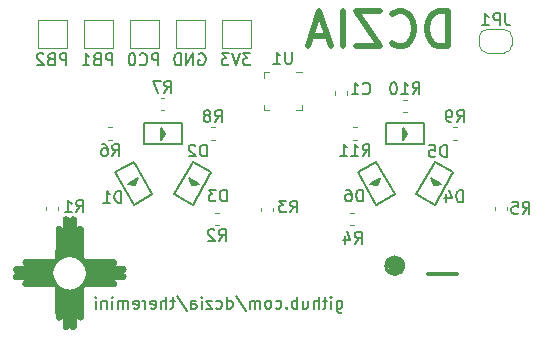
<source format=gbo>
G04 #@! TF.GenerationSoftware,KiCad,Pcbnew,(5.1.0)-1*
G04 #@! TF.CreationDate,2019-07-19T02:45:30-06:00*
G04 #@! TF.ProjectId,theremini,74686572-656d-4696-9e69-2e6b69636164,rev?*
G04 #@! TF.SameCoordinates,PX7b85180PY1758900*
G04 #@! TF.FileFunction,Legend,Bot*
G04 #@! TF.FilePolarity,Positive*
%FSLAX46Y46*%
G04 Gerber Fmt 4.6, Leading zero omitted, Abs format (unit mm)*
G04 Created by KiCad (PCBNEW (5.1.0)-1) date 2019-07-19 02:45:30*
%MOMM*%
%LPD*%
G04 APERTURE LIST*
%ADD10C,0.150000*%
%ADD11C,0.500000*%
%ADD12C,0.010000*%
%ADD13C,0.120000*%
%ADD14C,0.300000*%
%ADD15C,0.066040*%
%ADD16C,0.127000*%
G04 APERTURE END LIST*
D10*
X29166190Y-26095714D02*
X29166190Y-26905238D01*
X29213809Y-27000476D01*
X29261428Y-27048095D01*
X29356666Y-27095714D01*
X29499523Y-27095714D01*
X29594761Y-27048095D01*
X29166190Y-26714761D02*
X29261428Y-26762380D01*
X29451904Y-26762380D01*
X29547142Y-26714761D01*
X29594761Y-26667142D01*
X29642380Y-26571904D01*
X29642380Y-26286190D01*
X29594761Y-26190952D01*
X29547142Y-26143333D01*
X29451904Y-26095714D01*
X29261428Y-26095714D01*
X29166190Y-26143333D01*
X28690000Y-26762380D02*
X28690000Y-26095714D01*
X28690000Y-25762380D02*
X28737619Y-25810000D01*
X28690000Y-25857619D01*
X28642380Y-25810000D01*
X28690000Y-25762380D01*
X28690000Y-25857619D01*
X28356666Y-26095714D02*
X27975714Y-26095714D01*
X28213809Y-25762380D02*
X28213809Y-26619523D01*
X28166190Y-26714761D01*
X28070952Y-26762380D01*
X27975714Y-26762380D01*
X27642380Y-26762380D02*
X27642380Y-25762380D01*
X27213809Y-26762380D02*
X27213809Y-26238571D01*
X27261428Y-26143333D01*
X27356666Y-26095714D01*
X27499523Y-26095714D01*
X27594761Y-26143333D01*
X27642380Y-26190952D01*
X26309047Y-26095714D02*
X26309047Y-26762380D01*
X26737619Y-26095714D02*
X26737619Y-26619523D01*
X26690000Y-26714761D01*
X26594761Y-26762380D01*
X26451904Y-26762380D01*
X26356666Y-26714761D01*
X26309047Y-26667142D01*
X25832857Y-26762380D02*
X25832857Y-25762380D01*
X25832857Y-26143333D02*
X25737619Y-26095714D01*
X25547142Y-26095714D01*
X25451904Y-26143333D01*
X25404285Y-26190952D01*
X25356666Y-26286190D01*
X25356666Y-26571904D01*
X25404285Y-26667142D01*
X25451904Y-26714761D01*
X25547142Y-26762380D01*
X25737619Y-26762380D01*
X25832857Y-26714761D01*
X24928095Y-26667142D02*
X24880476Y-26714761D01*
X24928095Y-26762380D01*
X24975714Y-26714761D01*
X24928095Y-26667142D01*
X24928095Y-26762380D01*
X24023333Y-26714761D02*
X24118571Y-26762380D01*
X24309047Y-26762380D01*
X24404285Y-26714761D01*
X24451904Y-26667142D01*
X24499523Y-26571904D01*
X24499523Y-26286190D01*
X24451904Y-26190952D01*
X24404285Y-26143333D01*
X24309047Y-26095714D01*
X24118571Y-26095714D01*
X24023333Y-26143333D01*
X23451904Y-26762380D02*
X23547142Y-26714761D01*
X23594761Y-26667142D01*
X23642380Y-26571904D01*
X23642380Y-26286190D01*
X23594761Y-26190952D01*
X23547142Y-26143333D01*
X23451904Y-26095714D01*
X23309047Y-26095714D01*
X23213809Y-26143333D01*
X23166190Y-26190952D01*
X23118571Y-26286190D01*
X23118571Y-26571904D01*
X23166190Y-26667142D01*
X23213809Y-26714761D01*
X23309047Y-26762380D01*
X23451904Y-26762380D01*
X22690000Y-26762380D02*
X22690000Y-26095714D01*
X22690000Y-26190952D02*
X22642380Y-26143333D01*
X22547142Y-26095714D01*
X22404285Y-26095714D01*
X22309047Y-26143333D01*
X22261428Y-26238571D01*
X22261428Y-26762380D01*
X22261428Y-26238571D02*
X22213809Y-26143333D01*
X22118571Y-26095714D01*
X21975714Y-26095714D01*
X21880476Y-26143333D01*
X21832857Y-26238571D01*
X21832857Y-26762380D01*
X20642380Y-25714761D02*
X21499523Y-27000476D01*
X19880476Y-26762380D02*
X19880476Y-25762380D01*
X19880476Y-26714761D02*
X19975714Y-26762380D01*
X20166190Y-26762380D01*
X20261428Y-26714761D01*
X20309047Y-26667142D01*
X20356666Y-26571904D01*
X20356666Y-26286190D01*
X20309047Y-26190952D01*
X20261428Y-26143333D01*
X20166190Y-26095714D01*
X19975714Y-26095714D01*
X19880476Y-26143333D01*
X18975714Y-26714761D02*
X19070952Y-26762380D01*
X19261428Y-26762380D01*
X19356666Y-26714761D01*
X19404285Y-26667142D01*
X19451904Y-26571904D01*
X19451904Y-26286190D01*
X19404285Y-26190952D01*
X19356666Y-26143333D01*
X19261428Y-26095714D01*
X19070952Y-26095714D01*
X18975714Y-26143333D01*
X18642380Y-26095714D02*
X18118571Y-26095714D01*
X18642380Y-26762380D01*
X18118571Y-26762380D01*
X17737619Y-26762380D02*
X17737619Y-26095714D01*
X17737619Y-25762380D02*
X17785238Y-25810000D01*
X17737619Y-25857619D01*
X17690000Y-25810000D01*
X17737619Y-25762380D01*
X17737619Y-25857619D01*
X16832857Y-26762380D02*
X16832857Y-26238571D01*
X16880476Y-26143333D01*
X16975714Y-26095714D01*
X17166190Y-26095714D01*
X17261428Y-26143333D01*
X16832857Y-26714761D02*
X16928095Y-26762380D01*
X17166190Y-26762380D01*
X17261428Y-26714761D01*
X17309047Y-26619523D01*
X17309047Y-26524285D01*
X17261428Y-26429047D01*
X17166190Y-26381428D01*
X16928095Y-26381428D01*
X16832857Y-26333809D01*
X15642380Y-25714761D02*
X16499523Y-27000476D01*
X15451904Y-26095714D02*
X15070952Y-26095714D01*
X15309047Y-25762380D02*
X15309047Y-26619523D01*
X15261428Y-26714761D01*
X15166190Y-26762380D01*
X15070952Y-26762380D01*
X14737619Y-26762380D02*
X14737619Y-25762380D01*
X14309047Y-26762380D02*
X14309047Y-26238571D01*
X14356666Y-26143333D01*
X14451904Y-26095714D01*
X14594761Y-26095714D01*
X14690000Y-26143333D01*
X14737619Y-26190952D01*
X13451904Y-26714761D02*
X13547142Y-26762380D01*
X13737619Y-26762380D01*
X13832857Y-26714761D01*
X13880476Y-26619523D01*
X13880476Y-26238571D01*
X13832857Y-26143333D01*
X13737619Y-26095714D01*
X13547142Y-26095714D01*
X13451904Y-26143333D01*
X13404285Y-26238571D01*
X13404285Y-26333809D01*
X13880476Y-26429047D01*
X12975714Y-26762380D02*
X12975714Y-26095714D01*
X12975714Y-26286190D02*
X12928095Y-26190952D01*
X12880476Y-26143333D01*
X12785238Y-26095714D01*
X12690000Y-26095714D01*
X11975714Y-26714761D02*
X12070952Y-26762380D01*
X12261428Y-26762380D01*
X12356666Y-26714761D01*
X12404285Y-26619523D01*
X12404285Y-26238571D01*
X12356666Y-26143333D01*
X12261428Y-26095714D01*
X12070952Y-26095714D01*
X11975714Y-26143333D01*
X11928095Y-26238571D01*
X11928095Y-26333809D01*
X12404285Y-26429047D01*
X11499523Y-26762380D02*
X11499523Y-26095714D01*
X11499523Y-26190952D02*
X11451904Y-26143333D01*
X11356666Y-26095714D01*
X11213809Y-26095714D01*
X11118571Y-26143333D01*
X11070952Y-26238571D01*
X11070952Y-26762380D01*
X11070952Y-26238571D02*
X11023333Y-26143333D01*
X10928095Y-26095714D01*
X10785238Y-26095714D01*
X10690000Y-26143333D01*
X10642380Y-26238571D01*
X10642380Y-26762380D01*
X10166190Y-26762380D02*
X10166190Y-26095714D01*
X10166190Y-25762380D02*
X10213809Y-25810000D01*
X10166190Y-25857619D01*
X10118571Y-25810000D01*
X10166190Y-25762380D01*
X10166190Y-25857619D01*
X9690000Y-26095714D02*
X9690000Y-26762380D01*
X9690000Y-26190952D02*
X9642380Y-26143333D01*
X9547142Y-26095714D01*
X9404285Y-26095714D01*
X9309047Y-26143333D01*
X9261428Y-26238571D01*
X9261428Y-26762380D01*
X8785238Y-26762380D02*
X8785238Y-26095714D01*
X8785238Y-25762380D02*
X8832857Y-25810000D01*
X8785238Y-25857619D01*
X8737619Y-25810000D01*
X8785238Y-25762380D01*
X8785238Y-25857619D01*
D11*
X38564285Y-4557142D02*
X38564285Y-1557142D01*
X37850000Y-1557142D01*
X37421428Y-1700000D01*
X37135714Y-1985714D01*
X36992857Y-2271428D01*
X36850000Y-2842857D01*
X36850000Y-3271428D01*
X36992857Y-3842857D01*
X37135714Y-4128571D01*
X37421428Y-4414285D01*
X37850000Y-4557142D01*
X38564285Y-4557142D01*
X33850000Y-4271428D02*
X33992857Y-4414285D01*
X34421428Y-4557142D01*
X34707142Y-4557142D01*
X35135714Y-4414285D01*
X35421428Y-4128571D01*
X35564285Y-3842857D01*
X35707142Y-3271428D01*
X35707142Y-2842857D01*
X35564285Y-2271428D01*
X35421428Y-1985714D01*
X35135714Y-1700000D01*
X34707142Y-1557142D01*
X34421428Y-1557142D01*
X33992857Y-1700000D01*
X33850000Y-1842857D01*
X32850000Y-1557142D02*
X30850000Y-1557142D01*
X32850000Y-4557142D01*
X30850000Y-4557142D01*
X29707142Y-4557142D02*
X29707142Y-1557142D01*
X28421428Y-3700000D02*
X26992857Y-3700000D01*
X28707142Y-4557142D02*
X27707142Y-1557142D01*
X26707142Y-4557142D01*
D12*
G36*
X6268161Y-28482178D02*
G01*
X6316869Y-28474266D01*
X6333178Y-28468753D01*
X6381029Y-28440579D01*
X6427212Y-28399406D01*
X6463906Y-28352496D01*
X6470332Y-28341378D01*
X6493531Y-28298024D01*
X6496363Y-26860738D01*
X6499194Y-25423451D01*
X6562351Y-25423451D01*
X6562351Y-26829700D01*
X6562337Y-27035255D01*
X6562327Y-27220726D01*
X6562363Y-27387204D01*
X6562491Y-27535783D01*
X6562755Y-27667552D01*
X6563199Y-27783605D01*
X6563869Y-27885032D01*
X6564807Y-27972925D01*
X6566059Y-28048376D01*
X6567669Y-28112477D01*
X6569682Y-28166319D01*
X6572141Y-28210994D01*
X6575092Y-28247593D01*
X6578578Y-28277208D01*
X6582645Y-28300932D01*
X6587336Y-28319855D01*
X6592696Y-28335069D01*
X6598770Y-28347666D01*
X6605601Y-28358737D01*
X6613234Y-28369375D01*
X6621715Y-28380670D01*
X6625674Y-28386059D01*
X6661208Y-28423330D01*
X6706592Y-28454713D01*
X6712188Y-28457655D01*
X6743981Y-28472231D01*
X6772229Y-28480102D01*
X6805240Y-28482727D01*
X6849072Y-28481667D01*
X6894360Y-28478511D01*
X6926140Y-28472572D01*
X6952071Y-28461706D01*
X6976814Y-28445886D01*
X7009653Y-28417213D01*
X7041600Y-28380552D01*
X7054431Y-28362055D01*
X7086444Y-28310276D01*
X7091954Y-25330158D01*
X7125190Y-25318572D01*
X7150574Y-25310581D01*
X7166812Y-25307000D01*
X7167289Y-25306986D01*
X7168523Y-25317343D01*
X7169759Y-25347492D01*
X7170981Y-25396048D01*
X7172175Y-25461628D01*
X7173327Y-25542848D01*
X7174422Y-25638323D01*
X7175445Y-25746670D01*
X7176382Y-25866505D01*
X7177219Y-25996444D01*
X7177941Y-26135103D01*
X7178533Y-26281098D01*
X7178943Y-26417719D01*
X7181734Y-27528452D01*
X7214490Y-27569136D01*
X7244023Y-27601371D01*
X7279093Y-27633768D01*
X7291217Y-27643577D01*
X7348177Y-27674823D01*
X7410876Y-27688000D01*
X7475585Y-27683979D01*
X7538579Y-27663634D01*
X7596130Y-27627838D01*
X7644511Y-27577462D01*
X7657874Y-27557716D01*
X7689946Y-27505611D01*
X7692761Y-26241707D01*
X7695577Y-24977803D01*
X7723284Y-24935934D01*
X7739771Y-24910952D01*
X7750343Y-24894804D01*
X7752232Y-24891834D01*
X7762765Y-24891504D01*
X7793183Y-24891096D01*
X7842195Y-24890618D01*
X7908512Y-24890077D01*
X7990843Y-24889482D01*
X8087898Y-24888841D01*
X8198387Y-24888162D01*
X8321019Y-24887453D01*
X8454504Y-24886721D01*
X8597552Y-24885975D01*
X8748872Y-24885222D01*
X8907175Y-24884472D01*
X9034589Y-24883893D01*
X10315706Y-24878183D01*
X10358057Y-24855330D01*
X10419553Y-24810340D01*
X10467459Y-24749905D01*
X10475681Y-24735248D01*
X10490387Y-24690316D01*
X10495939Y-24634706D01*
X10492473Y-24576771D01*
X10480127Y-24524863D01*
X10471926Y-24506102D01*
X10442220Y-24463280D01*
X10402106Y-24423168D01*
X10358208Y-24391533D01*
X10321692Y-24375282D01*
X10304429Y-24373472D01*
X10266624Y-24371815D01*
X10208911Y-24370317D01*
X10131924Y-24368983D01*
X10036298Y-24367820D01*
X9922664Y-24366833D01*
X9791658Y-24366028D01*
X9643913Y-24365413D01*
X9480062Y-24364991D01*
X9300740Y-24364770D01*
X9201346Y-24364736D01*
X9024620Y-24364631D01*
X8861156Y-24364340D01*
X8711756Y-24363871D01*
X8577220Y-24363231D01*
X8458349Y-24362428D01*
X8355942Y-24361468D01*
X8270800Y-24360360D01*
X8203723Y-24359111D01*
X8155512Y-24357727D01*
X8126967Y-24356216D01*
X8118749Y-24354779D01*
X8122231Y-24338212D01*
X8129034Y-24317831D01*
X8139318Y-24290781D01*
X9619259Y-24288025D01*
X9826078Y-24287630D01*
X10012780Y-24287245D01*
X10180426Y-24286854D01*
X10330075Y-24286442D01*
X10462784Y-24285993D01*
X10579615Y-24285491D01*
X10681626Y-24284922D01*
X10769876Y-24284270D01*
X10845425Y-24283520D01*
X10909332Y-24282655D01*
X10962656Y-24281661D01*
X11006457Y-24280522D01*
X11041794Y-24279223D01*
X11069725Y-24277748D01*
X11091311Y-24276082D01*
X11107611Y-24274210D01*
X11119684Y-24272115D01*
X11128588Y-24269783D01*
X11135384Y-24267198D01*
X11138157Y-24265888D01*
X11201873Y-24223631D01*
X11250039Y-24169676D01*
X11281593Y-24107085D01*
X11295469Y-24038917D01*
X11290605Y-23968233D01*
X11265957Y-23898133D01*
X11225950Y-23840210D01*
X11173007Y-23799001D01*
X11106788Y-23774255D01*
X11095108Y-23771838D01*
X11075304Y-23770166D01*
X11034765Y-23768626D01*
X10973927Y-23767221D01*
X10893230Y-23765954D01*
X10793112Y-23764829D01*
X10674012Y-23763848D01*
X10536368Y-23763015D01*
X10380619Y-23762333D01*
X10207204Y-23761805D01*
X10016560Y-23761435D01*
X9809128Y-23761226D01*
X9636646Y-23761176D01*
X8235215Y-23761176D01*
X8235215Y-23687503D01*
X11109787Y-23681767D01*
X11164933Y-23651208D01*
X11224440Y-23607311D01*
X11266498Y-23551539D01*
X11290734Y-23484542D01*
X11297044Y-23421915D01*
X11287104Y-23349137D01*
X11257659Y-23283041D01*
X11209840Y-23225554D01*
X11159339Y-23187196D01*
X11120375Y-23162968D01*
X9629719Y-23159876D01*
X8139062Y-23156783D01*
X8128906Y-23130070D01*
X8121379Y-23108753D01*
X8118749Y-23098752D01*
X8129102Y-23098112D01*
X8159218Y-23097498D01*
X8207686Y-23096917D01*
X8273095Y-23096375D01*
X8354032Y-23095877D01*
X8449086Y-23095429D01*
X8556845Y-23095039D01*
X8675897Y-23094712D01*
X8804831Y-23094453D01*
X8942235Y-23094270D01*
X9086697Y-23094168D01*
X9186190Y-23094148D01*
X9365678Y-23094161D01*
X9525247Y-23094152D01*
X9666154Y-23094049D01*
X9789655Y-23093781D01*
X9897007Y-23093275D01*
X9989467Y-23092460D01*
X10068291Y-23091263D01*
X10134736Y-23089613D01*
X10190058Y-23087437D01*
X10235514Y-23084663D01*
X10272361Y-23081221D01*
X10301855Y-23077037D01*
X10325252Y-23072040D01*
X10343810Y-23066157D01*
X10358785Y-23059318D01*
X10371434Y-23051449D01*
X10383013Y-23042480D01*
X10394778Y-23032337D01*
X10403883Y-23024428D01*
X10449092Y-22977979D01*
X10477660Y-22927952D01*
X10492074Y-22868744D01*
X10495073Y-22818866D01*
X10494033Y-22772210D01*
X10488965Y-22738597D01*
X10478270Y-22710033D01*
X10470298Y-22695122D01*
X10432821Y-22647507D01*
X10381911Y-22607018D01*
X10325276Y-22579562D01*
X10315674Y-22576627D01*
X10300702Y-22574639D01*
X10270476Y-22572850D01*
X10224453Y-22571255D01*
X10162091Y-22569850D01*
X10082848Y-22568628D01*
X9986181Y-22567586D01*
X9871547Y-22566718D01*
X9738404Y-22566020D01*
X9586210Y-22565486D01*
X9414422Y-22565111D01*
X9222498Y-22564890D01*
X9028853Y-22564819D01*
X7784350Y-22564760D01*
X7739795Y-22519362D01*
X7695240Y-22473963D01*
X7695136Y-21219716D01*
X7695033Y-19965469D01*
X7670328Y-19912530D01*
X7638404Y-19861091D01*
X7595611Y-19815543D01*
X7547967Y-19781639D01*
X7520959Y-19769733D01*
X7488494Y-19763336D01*
X7445110Y-19760288D01*
X7409881Y-19760777D01*
X7344007Y-19771447D01*
X7289577Y-19796870D01*
X7242275Y-19839543D01*
X7216888Y-19872484D01*
X7181734Y-19923118D01*
X7178943Y-21026890D01*
X7178480Y-21204096D01*
X7178024Y-21361317D01*
X7177554Y-21499741D01*
X7177045Y-21620560D01*
X7176476Y-21724962D01*
X7175823Y-21814138D01*
X7175063Y-21889278D01*
X7174174Y-21951571D01*
X7173132Y-22002206D01*
X7171916Y-22042375D01*
X7170502Y-22073267D01*
X7168867Y-22096071D01*
X7166989Y-22111977D01*
X7164844Y-22122176D01*
X7162410Y-22127857D01*
X7159665Y-22130209D01*
X7157767Y-22130518D01*
X7132469Y-22127659D01*
X7115561Y-22123990D01*
X7091738Y-22117605D01*
X7091738Y-19159664D01*
X7064313Y-19104630D01*
X7024739Y-19045063D01*
X6973562Y-18998275D01*
X6914545Y-18966372D01*
X6851454Y-18951460D01*
X6795281Y-18954117D01*
X6730954Y-18975981D01*
X6670691Y-19014090D01*
X6632884Y-19050498D01*
X6623010Y-19061591D01*
X6614100Y-19071357D01*
X6606104Y-19080881D01*
X6598974Y-19091249D01*
X6592659Y-19103544D01*
X6587110Y-19118852D01*
X6582279Y-19138257D01*
X6578116Y-19162844D01*
X6574571Y-19193698D01*
X6571595Y-19231904D01*
X6569139Y-19278545D01*
X6567155Y-19334708D01*
X6565591Y-19401476D01*
X6564400Y-19479935D01*
X6563531Y-19571168D01*
X6562936Y-19676262D01*
X6562565Y-19796301D01*
X6562369Y-19932368D01*
X6562299Y-20085550D01*
X6562305Y-20256931D01*
X6562338Y-20447595D01*
X6562351Y-20602620D01*
X6562351Y-22014198D01*
X6499196Y-22014198D01*
X6496363Y-20582205D01*
X6493531Y-19150213D01*
X6470605Y-19107862D01*
X6427074Y-19045788D01*
X6372872Y-18998071D01*
X6311315Y-18966901D01*
X6245719Y-18954469D01*
X6238346Y-18954339D01*
X6162668Y-18963406D01*
X6097574Y-18990762D01*
X6042657Y-19036646D01*
X6003837Y-19090113D01*
X5974731Y-19139625D01*
X5971936Y-20575715D01*
X5969140Y-22011806D01*
X5945466Y-22018151D01*
X5920885Y-22023336D01*
X5908558Y-22024641D01*
X5906276Y-22020749D01*
X5904251Y-22008322D01*
X5902468Y-21986309D01*
X5900913Y-21953661D01*
X5899571Y-21909328D01*
X5898430Y-21852261D01*
X5897475Y-21781409D01*
X5896692Y-21695723D01*
X5896066Y-21594154D01*
X5895584Y-21475651D01*
X5895233Y-21339164D01*
X5894996Y-21183645D01*
X5894862Y-21008043D01*
X5894858Y-21000421D01*
X5894788Y-20826830D01*
X5894702Y-20673118D01*
X5894533Y-20537989D01*
X5894218Y-20420147D01*
X5893691Y-20318296D01*
X5892887Y-20231141D01*
X5891740Y-20157384D01*
X5890186Y-20095730D01*
X5888159Y-20044882D01*
X5885594Y-20003545D01*
X5882426Y-19970423D01*
X5878589Y-19944219D01*
X5874020Y-19923637D01*
X5868651Y-19907381D01*
X5862419Y-19894155D01*
X5855258Y-19882663D01*
X5847103Y-19871609D01*
X5837889Y-19859697D01*
X5837474Y-19859153D01*
X5786212Y-19807161D01*
X5726261Y-19774427D01*
X5661142Y-19760967D01*
X5582104Y-19763816D01*
X5514202Y-19784663D01*
X5457284Y-19823587D01*
X5411201Y-19880671D01*
X5399981Y-19900367D01*
X5371230Y-19954881D01*
X5368415Y-21215890D01*
X5365600Y-22476898D01*
X5325043Y-22520829D01*
X5284487Y-22564760D01*
X4035392Y-22564760D01*
X3841470Y-22564737D01*
X3667574Y-22564708D01*
X3512555Y-22564737D01*
X3375263Y-22564885D01*
X3254548Y-22565216D01*
X3149262Y-22565791D01*
X3058255Y-22566674D01*
X2980377Y-22567927D01*
X2914480Y-22569612D01*
X2859413Y-22571791D01*
X2814027Y-22574529D01*
X2777173Y-22577886D01*
X2747702Y-22581925D01*
X2724464Y-22586710D01*
X2706310Y-22592302D01*
X2692090Y-22598764D01*
X2680654Y-22606158D01*
X2670855Y-22614547D01*
X2661541Y-22623994D01*
X2651564Y-22634561D01*
X2645920Y-22640331D01*
X2603731Y-22696139D01*
X2579590Y-22758463D01*
X2572779Y-22824011D01*
X2582578Y-22889490D01*
X2608268Y-22951608D01*
X2649131Y-23007074D01*
X2704447Y-23052596D01*
X2740175Y-23071930D01*
X2747892Y-23074697D01*
X2759047Y-23077162D01*
X2774864Y-23079346D01*
X2796571Y-23081270D01*
X2825391Y-23082958D01*
X2862552Y-23084429D01*
X2909277Y-23085707D01*
X2966793Y-23086812D01*
X3036324Y-23087767D01*
X3119098Y-23088593D01*
X3216338Y-23089312D01*
X3329270Y-23089945D01*
X3459120Y-23090515D01*
X3607114Y-23091042D01*
X3774476Y-23091550D01*
X3860988Y-23091789D01*
X4944745Y-23094725D01*
X4938436Y-23118259D01*
X4933362Y-23140042D01*
X4931983Y-23149555D01*
X4921577Y-23150490D01*
X4891190Y-23151433D01*
X4842019Y-23152374D01*
X4775256Y-23153306D01*
X4692098Y-23154219D01*
X4593739Y-23155105D01*
X4481374Y-23155956D01*
X4356199Y-23156764D01*
X4219408Y-23157519D01*
X4072196Y-23158213D01*
X3915758Y-23158838D01*
X3751289Y-23159385D01*
X3579984Y-23159846D01*
X3441613Y-23160142D01*
X3233420Y-23160551D01*
X3045360Y-23160957D01*
X2876389Y-23161376D01*
X2725466Y-23161820D01*
X2591547Y-23162305D01*
X2473589Y-23162844D01*
X2370550Y-23163451D01*
X2281387Y-23164140D01*
X2205057Y-23164926D01*
X2140518Y-23165823D01*
X2086726Y-23166844D01*
X2042639Y-23168004D01*
X2007213Y-23169317D01*
X1979407Y-23170797D01*
X1958177Y-23172458D01*
X1942481Y-23174315D01*
X1931276Y-23176380D01*
X1923518Y-23178669D01*
X1918981Y-23180732D01*
X1864324Y-23221809D01*
X1818655Y-23277841D01*
X1785667Y-23343281D01*
X1770041Y-23404394D01*
X1771279Y-23470035D01*
X1791792Y-23532914D01*
X1829691Y-23589604D01*
X1883085Y-23636679D01*
X1905854Y-23650677D01*
X1961976Y-23681767D01*
X3393968Y-23684564D01*
X4825961Y-23687360D01*
X4825961Y-23712177D01*
X5108669Y-23712177D01*
X5112856Y-23612411D01*
X5122299Y-23522347D01*
X5126418Y-23496896D01*
X5166952Y-23329527D01*
X5226942Y-23170227D01*
X5305929Y-23019871D01*
X5403455Y-22879331D01*
X5518876Y-22749667D01*
X5646966Y-22634307D01*
X5780968Y-22538668D01*
X5922896Y-22461722D01*
X6074762Y-22402439D01*
X6238579Y-22359789D01*
X6304731Y-22347671D01*
X6389138Y-22338419D01*
X6486590Y-22335189D01*
X6589913Y-22337710D01*
X6691932Y-22345709D01*
X6785475Y-22358917D01*
X6827045Y-22367439D01*
X6983219Y-22411705D01*
X7125600Y-22469411D01*
X7257606Y-22542464D01*
X7382653Y-22632771D01*
X7504160Y-22742239D01*
X7510977Y-22749023D01*
X7622308Y-22871448D01*
X7714359Y-22997780D01*
X7788947Y-23131336D01*
X7847890Y-23275431D01*
X7893006Y-23433380D01*
X7897925Y-23454991D01*
X7911365Y-23535553D01*
X7919943Y-23629646D01*
X7923584Y-23730482D01*
X7922214Y-23831270D01*
X7915759Y-23925222D01*
X7904146Y-24005548D01*
X7903930Y-24006623D01*
X7860035Y-24175888D01*
X7798678Y-24333468D01*
X7719261Y-24480484D01*
X7621187Y-24618059D01*
X7515270Y-24735945D01*
X7384549Y-24853595D01*
X7245692Y-24951697D01*
X7098672Y-25030260D01*
X6943464Y-25089296D01*
X6780043Y-25128814D01*
X6608385Y-25148825D01*
X6514706Y-25151525D01*
X6373534Y-25146003D01*
X6243321Y-25128486D01*
X6117943Y-25097546D01*
X5991277Y-25051754D01*
X5889481Y-25005703D01*
X5743081Y-24922891D01*
X5608917Y-24823516D01*
X5488071Y-24709010D01*
X5381622Y-24580810D01*
X5290651Y-24440348D01*
X5216238Y-24289061D01*
X5159465Y-24128381D01*
X5127485Y-23994106D01*
X5116000Y-23910582D01*
X5109723Y-23814086D01*
X5108669Y-23712177D01*
X4825961Y-23712177D01*
X4825961Y-23761176D01*
X3414180Y-23761176D01*
X3208040Y-23761204D01*
X3022047Y-23761296D01*
X2855168Y-23761461D01*
X2706373Y-23761712D01*
X2574633Y-23762057D01*
X2458917Y-23762509D01*
X2358195Y-23763077D01*
X2271436Y-23763771D01*
X2197611Y-23764603D01*
X2135688Y-23765584D01*
X2084639Y-23766722D01*
X2043432Y-23768030D01*
X2011037Y-23769518D01*
X1986423Y-23771196D01*
X1968562Y-23773075D01*
X1956422Y-23775165D01*
X1952593Y-23776165D01*
X1887135Y-23805701D01*
X1835364Y-23848798D01*
X1798059Y-23902231D01*
X1775997Y-23962775D01*
X1769955Y-24027208D01*
X1780711Y-24092303D01*
X1809041Y-24154839D01*
X1849154Y-24205218D01*
X1860310Y-24216941D01*
X1869883Y-24227544D01*
X1878932Y-24237084D01*
X1888514Y-24245615D01*
X1899690Y-24253195D01*
X1913517Y-24259879D01*
X1931055Y-24265723D01*
X1953363Y-24270783D01*
X1981498Y-24275114D01*
X2016521Y-24278773D01*
X2059489Y-24281815D01*
X2111461Y-24284297D01*
X2173497Y-24286274D01*
X2246655Y-24287802D01*
X2331994Y-24288937D01*
X2430572Y-24289735D01*
X2543449Y-24290251D01*
X2671683Y-24290543D01*
X2816333Y-24290664D01*
X2978458Y-24290673D01*
X3159116Y-24290623D01*
X3359367Y-24290572D01*
X3466087Y-24290563D01*
X3671634Y-24290573D01*
X3857045Y-24290613D01*
X4023358Y-24290695D01*
X4171610Y-24290832D01*
X4302842Y-24291038D01*
X4418091Y-24291326D01*
X4518396Y-24291708D01*
X4604796Y-24292199D01*
X4678329Y-24292810D01*
X4740034Y-24293556D01*
X4790949Y-24294448D01*
X4832114Y-24295501D01*
X4864566Y-24296728D01*
X4889344Y-24298141D01*
X4907487Y-24299753D01*
X4920033Y-24301579D01*
X4928021Y-24303630D01*
X4932490Y-24305920D01*
X4934478Y-24308462D01*
X4934696Y-24309091D01*
X4943626Y-24335764D01*
X4947651Y-24346148D01*
X4948073Y-24349130D01*
X4945949Y-24351773D01*
X4940092Y-24354100D01*
X4929317Y-24356130D01*
X4912438Y-24357883D01*
X4888267Y-24359379D01*
X4855620Y-24360640D01*
X4813309Y-24361683D01*
X4760149Y-24362531D01*
X4694953Y-24363203D01*
X4616535Y-24363719D01*
X4523710Y-24364100D01*
X4415290Y-24364365D01*
X4290090Y-24364536D01*
X4146923Y-24364631D01*
X3984604Y-24364671D01*
X3857975Y-24364677D01*
X3675927Y-24364720D01*
X3513934Y-24364857D01*
X3370875Y-24365102D01*
X3245630Y-24365471D01*
X3137078Y-24365976D01*
X3044099Y-24366633D01*
X2965572Y-24367454D01*
X2900376Y-24368455D01*
X2847392Y-24369650D01*
X2805498Y-24371052D01*
X2773575Y-24372675D01*
X2750501Y-24374535D01*
X2735156Y-24376644D01*
X2726600Y-24378940D01*
X2692238Y-24400653D01*
X2654951Y-24435760D01*
X2620245Y-24478233D01*
X2593623Y-24522041D01*
X2591126Y-24527336D01*
X2572976Y-24591485D01*
X2573774Y-24657662D01*
X2592108Y-24722085D01*
X2626563Y-24780972D01*
X2675725Y-24830540D01*
X2713706Y-24855330D01*
X2756057Y-24878183D01*
X4023354Y-24883477D01*
X5290651Y-24888770D01*
X5328293Y-24925258D01*
X5365936Y-24961745D01*
X5365936Y-26207135D01*
X5365956Y-26397303D01*
X5366028Y-26567454D01*
X5366166Y-26718748D01*
X5366386Y-26852345D01*
X5366704Y-26969405D01*
X5367135Y-27071086D01*
X5367694Y-27158548D01*
X5368398Y-27232951D01*
X5369261Y-27295454D01*
X5370298Y-27347216D01*
X5371526Y-27389398D01*
X5372960Y-27423157D01*
X5374615Y-27449654D01*
X5376507Y-27470049D01*
X5378651Y-27485500D01*
X5381063Y-27497167D01*
X5383245Y-27504704D01*
X5415704Y-27574441D01*
X5461258Y-27627538D01*
X5519838Y-27663942D01*
X5591374Y-27683598D01*
X5618187Y-27686426D01*
X5660011Y-27687998D01*
X5690857Y-27684444D01*
X5720688Y-27673770D01*
X5746901Y-27660681D01*
X5801969Y-27622586D01*
X5847333Y-27573528D01*
X5878120Y-27519170D01*
X5884252Y-27501029D01*
X5886306Y-27482704D01*
X5888152Y-27443366D01*
X5889789Y-27383175D01*
X5891215Y-27302295D01*
X5892429Y-27200885D01*
X5893430Y-27079107D01*
X5894215Y-26937123D01*
X5894784Y-26775093D01*
X5895134Y-26593180D01*
X5895263Y-26391544D01*
X5895264Y-26384289D01*
X5895370Y-26208026D01*
X5895662Y-26045024D01*
X5896133Y-25896086D01*
X5896776Y-25762014D01*
X5897583Y-25643611D01*
X5898547Y-25541680D01*
X5899660Y-25457023D01*
X5900915Y-25390444D01*
X5902305Y-25342744D01*
X5903822Y-25314727D01*
X5905221Y-25306986D01*
X5921806Y-25310468D01*
X5941997Y-25317205D01*
X5968874Y-25327423D01*
X5971802Y-26818018D01*
X5972252Y-27031370D01*
X5972728Y-27224489D01*
X5973242Y-27398320D01*
X5973804Y-27553803D01*
X5974424Y-27691883D01*
X5975114Y-27813503D01*
X5975883Y-27919604D01*
X5976743Y-28011132D01*
X5977704Y-28089027D01*
X5978777Y-28154234D01*
X5979972Y-28207696D01*
X5981299Y-28250354D01*
X5982770Y-28283153D01*
X5984395Y-28307036D01*
X5986185Y-28322944D01*
X5988150Y-28331822D01*
X5988840Y-28333371D01*
X6016677Y-28372593D01*
X6053893Y-28412652D01*
X6093314Y-28446419D01*
X6119169Y-28462901D01*
X6160483Y-28476254D01*
X6213090Y-28482760D01*
X6268161Y-28482178D01*
X6268161Y-28482178D01*
G37*
X6268161Y-28482178D02*
X6316869Y-28474266D01*
X6333178Y-28468753D01*
X6381029Y-28440579D01*
X6427212Y-28399406D01*
X6463906Y-28352496D01*
X6470332Y-28341378D01*
X6493531Y-28298024D01*
X6496363Y-26860738D01*
X6499194Y-25423451D01*
X6562351Y-25423451D01*
X6562351Y-26829700D01*
X6562337Y-27035255D01*
X6562327Y-27220726D01*
X6562363Y-27387204D01*
X6562491Y-27535783D01*
X6562755Y-27667552D01*
X6563199Y-27783605D01*
X6563869Y-27885032D01*
X6564807Y-27972925D01*
X6566059Y-28048376D01*
X6567669Y-28112477D01*
X6569682Y-28166319D01*
X6572141Y-28210994D01*
X6575092Y-28247593D01*
X6578578Y-28277208D01*
X6582645Y-28300932D01*
X6587336Y-28319855D01*
X6592696Y-28335069D01*
X6598770Y-28347666D01*
X6605601Y-28358737D01*
X6613234Y-28369375D01*
X6621715Y-28380670D01*
X6625674Y-28386059D01*
X6661208Y-28423330D01*
X6706592Y-28454713D01*
X6712188Y-28457655D01*
X6743981Y-28472231D01*
X6772229Y-28480102D01*
X6805240Y-28482727D01*
X6849072Y-28481667D01*
X6894360Y-28478511D01*
X6926140Y-28472572D01*
X6952071Y-28461706D01*
X6976814Y-28445886D01*
X7009653Y-28417213D01*
X7041600Y-28380552D01*
X7054431Y-28362055D01*
X7086444Y-28310276D01*
X7091954Y-25330158D01*
X7125190Y-25318572D01*
X7150574Y-25310581D01*
X7166812Y-25307000D01*
X7167289Y-25306986D01*
X7168523Y-25317343D01*
X7169759Y-25347492D01*
X7170981Y-25396048D01*
X7172175Y-25461628D01*
X7173327Y-25542848D01*
X7174422Y-25638323D01*
X7175445Y-25746670D01*
X7176382Y-25866505D01*
X7177219Y-25996444D01*
X7177941Y-26135103D01*
X7178533Y-26281098D01*
X7178943Y-26417719D01*
X7181734Y-27528452D01*
X7214490Y-27569136D01*
X7244023Y-27601371D01*
X7279093Y-27633768D01*
X7291217Y-27643577D01*
X7348177Y-27674823D01*
X7410876Y-27688000D01*
X7475585Y-27683979D01*
X7538579Y-27663634D01*
X7596130Y-27627838D01*
X7644511Y-27577462D01*
X7657874Y-27557716D01*
X7689946Y-27505611D01*
X7692761Y-26241707D01*
X7695577Y-24977803D01*
X7723284Y-24935934D01*
X7739771Y-24910952D01*
X7750343Y-24894804D01*
X7752232Y-24891834D01*
X7762765Y-24891504D01*
X7793183Y-24891096D01*
X7842195Y-24890618D01*
X7908512Y-24890077D01*
X7990843Y-24889482D01*
X8087898Y-24888841D01*
X8198387Y-24888162D01*
X8321019Y-24887453D01*
X8454504Y-24886721D01*
X8597552Y-24885975D01*
X8748872Y-24885222D01*
X8907175Y-24884472D01*
X9034589Y-24883893D01*
X10315706Y-24878183D01*
X10358057Y-24855330D01*
X10419553Y-24810340D01*
X10467459Y-24749905D01*
X10475681Y-24735248D01*
X10490387Y-24690316D01*
X10495939Y-24634706D01*
X10492473Y-24576771D01*
X10480127Y-24524863D01*
X10471926Y-24506102D01*
X10442220Y-24463280D01*
X10402106Y-24423168D01*
X10358208Y-24391533D01*
X10321692Y-24375282D01*
X10304429Y-24373472D01*
X10266624Y-24371815D01*
X10208911Y-24370317D01*
X10131924Y-24368983D01*
X10036298Y-24367820D01*
X9922664Y-24366833D01*
X9791658Y-24366028D01*
X9643913Y-24365413D01*
X9480062Y-24364991D01*
X9300740Y-24364770D01*
X9201346Y-24364736D01*
X9024620Y-24364631D01*
X8861156Y-24364340D01*
X8711756Y-24363871D01*
X8577220Y-24363231D01*
X8458349Y-24362428D01*
X8355942Y-24361468D01*
X8270800Y-24360360D01*
X8203723Y-24359111D01*
X8155512Y-24357727D01*
X8126967Y-24356216D01*
X8118749Y-24354779D01*
X8122231Y-24338212D01*
X8129034Y-24317831D01*
X8139318Y-24290781D01*
X9619259Y-24288025D01*
X9826078Y-24287630D01*
X10012780Y-24287245D01*
X10180426Y-24286854D01*
X10330075Y-24286442D01*
X10462784Y-24285993D01*
X10579615Y-24285491D01*
X10681626Y-24284922D01*
X10769876Y-24284270D01*
X10845425Y-24283520D01*
X10909332Y-24282655D01*
X10962656Y-24281661D01*
X11006457Y-24280522D01*
X11041794Y-24279223D01*
X11069725Y-24277748D01*
X11091311Y-24276082D01*
X11107611Y-24274210D01*
X11119684Y-24272115D01*
X11128588Y-24269783D01*
X11135384Y-24267198D01*
X11138157Y-24265888D01*
X11201873Y-24223631D01*
X11250039Y-24169676D01*
X11281593Y-24107085D01*
X11295469Y-24038917D01*
X11290605Y-23968233D01*
X11265957Y-23898133D01*
X11225950Y-23840210D01*
X11173007Y-23799001D01*
X11106788Y-23774255D01*
X11095108Y-23771838D01*
X11075304Y-23770166D01*
X11034765Y-23768626D01*
X10973927Y-23767221D01*
X10893230Y-23765954D01*
X10793112Y-23764829D01*
X10674012Y-23763848D01*
X10536368Y-23763015D01*
X10380619Y-23762333D01*
X10207204Y-23761805D01*
X10016560Y-23761435D01*
X9809128Y-23761226D01*
X9636646Y-23761176D01*
X8235215Y-23761176D01*
X8235215Y-23687503D01*
X11109787Y-23681767D01*
X11164933Y-23651208D01*
X11224440Y-23607311D01*
X11266498Y-23551539D01*
X11290734Y-23484542D01*
X11297044Y-23421915D01*
X11287104Y-23349137D01*
X11257659Y-23283041D01*
X11209840Y-23225554D01*
X11159339Y-23187196D01*
X11120375Y-23162968D01*
X9629719Y-23159876D01*
X8139062Y-23156783D01*
X8128906Y-23130070D01*
X8121379Y-23108753D01*
X8118749Y-23098752D01*
X8129102Y-23098112D01*
X8159218Y-23097498D01*
X8207686Y-23096917D01*
X8273095Y-23096375D01*
X8354032Y-23095877D01*
X8449086Y-23095429D01*
X8556845Y-23095039D01*
X8675897Y-23094712D01*
X8804831Y-23094453D01*
X8942235Y-23094270D01*
X9086697Y-23094168D01*
X9186190Y-23094148D01*
X9365678Y-23094161D01*
X9525247Y-23094152D01*
X9666154Y-23094049D01*
X9789655Y-23093781D01*
X9897007Y-23093275D01*
X9989467Y-23092460D01*
X10068291Y-23091263D01*
X10134736Y-23089613D01*
X10190058Y-23087437D01*
X10235514Y-23084663D01*
X10272361Y-23081221D01*
X10301855Y-23077037D01*
X10325252Y-23072040D01*
X10343810Y-23066157D01*
X10358785Y-23059318D01*
X10371434Y-23051449D01*
X10383013Y-23042480D01*
X10394778Y-23032337D01*
X10403883Y-23024428D01*
X10449092Y-22977979D01*
X10477660Y-22927952D01*
X10492074Y-22868744D01*
X10495073Y-22818866D01*
X10494033Y-22772210D01*
X10488965Y-22738597D01*
X10478270Y-22710033D01*
X10470298Y-22695122D01*
X10432821Y-22647507D01*
X10381911Y-22607018D01*
X10325276Y-22579562D01*
X10315674Y-22576627D01*
X10300702Y-22574639D01*
X10270476Y-22572850D01*
X10224453Y-22571255D01*
X10162091Y-22569850D01*
X10082848Y-22568628D01*
X9986181Y-22567586D01*
X9871547Y-22566718D01*
X9738404Y-22566020D01*
X9586210Y-22565486D01*
X9414422Y-22565111D01*
X9222498Y-22564890D01*
X9028853Y-22564819D01*
X7784350Y-22564760D01*
X7739795Y-22519362D01*
X7695240Y-22473963D01*
X7695136Y-21219716D01*
X7695033Y-19965469D01*
X7670328Y-19912530D01*
X7638404Y-19861091D01*
X7595611Y-19815543D01*
X7547967Y-19781639D01*
X7520959Y-19769733D01*
X7488494Y-19763336D01*
X7445110Y-19760288D01*
X7409881Y-19760777D01*
X7344007Y-19771447D01*
X7289577Y-19796870D01*
X7242275Y-19839543D01*
X7216888Y-19872484D01*
X7181734Y-19923118D01*
X7178943Y-21026890D01*
X7178480Y-21204096D01*
X7178024Y-21361317D01*
X7177554Y-21499741D01*
X7177045Y-21620560D01*
X7176476Y-21724962D01*
X7175823Y-21814138D01*
X7175063Y-21889278D01*
X7174174Y-21951571D01*
X7173132Y-22002206D01*
X7171916Y-22042375D01*
X7170502Y-22073267D01*
X7168867Y-22096071D01*
X7166989Y-22111977D01*
X7164844Y-22122176D01*
X7162410Y-22127857D01*
X7159665Y-22130209D01*
X7157767Y-22130518D01*
X7132469Y-22127659D01*
X7115561Y-22123990D01*
X7091738Y-22117605D01*
X7091738Y-19159664D01*
X7064313Y-19104630D01*
X7024739Y-19045063D01*
X6973562Y-18998275D01*
X6914545Y-18966372D01*
X6851454Y-18951460D01*
X6795281Y-18954117D01*
X6730954Y-18975981D01*
X6670691Y-19014090D01*
X6632884Y-19050498D01*
X6623010Y-19061591D01*
X6614100Y-19071357D01*
X6606104Y-19080881D01*
X6598974Y-19091249D01*
X6592659Y-19103544D01*
X6587110Y-19118852D01*
X6582279Y-19138257D01*
X6578116Y-19162844D01*
X6574571Y-19193698D01*
X6571595Y-19231904D01*
X6569139Y-19278545D01*
X6567155Y-19334708D01*
X6565591Y-19401476D01*
X6564400Y-19479935D01*
X6563531Y-19571168D01*
X6562936Y-19676262D01*
X6562565Y-19796301D01*
X6562369Y-19932368D01*
X6562299Y-20085550D01*
X6562305Y-20256931D01*
X6562338Y-20447595D01*
X6562351Y-20602620D01*
X6562351Y-22014198D01*
X6499196Y-22014198D01*
X6496363Y-20582205D01*
X6493531Y-19150213D01*
X6470605Y-19107862D01*
X6427074Y-19045788D01*
X6372872Y-18998071D01*
X6311315Y-18966901D01*
X6245719Y-18954469D01*
X6238346Y-18954339D01*
X6162668Y-18963406D01*
X6097574Y-18990762D01*
X6042657Y-19036646D01*
X6003837Y-19090113D01*
X5974731Y-19139625D01*
X5971936Y-20575715D01*
X5969140Y-22011806D01*
X5945466Y-22018151D01*
X5920885Y-22023336D01*
X5908558Y-22024641D01*
X5906276Y-22020749D01*
X5904251Y-22008322D01*
X5902468Y-21986309D01*
X5900913Y-21953661D01*
X5899571Y-21909328D01*
X5898430Y-21852261D01*
X5897475Y-21781409D01*
X5896692Y-21695723D01*
X5896066Y-21594154D01*
X5895584Y-21475651D01*
X5895233Y-21339164D01*
X5894996Y-21183645D01*
X5894862Y-21008043D01*
X5894858Y-21000421D01*
X5894788Y-20826830D01*
X5894702Y-20673118D01*
X5894533Y-20537989D01*
X5894218Y-20420147D01*
X5893691Y-20318296D01*
X5892887Y-20231141D01*
X5891740Y-20157384D01*
X5890186Y-20095730D01*
X5888159Y-20044882D01*
X5885594Y-20003545D01*
X5882426Y-19970423D01*
X5878589Y-19944219D01*
X5874020Y-19923637D01*
X5868651Y-19907381D01*
X5862419Y-19894155D01*
X5855258Y-19882663D01*
X5847103Y-19871609D01*
X5837889Y-19859697D01*
X5837474Y-19859153D01*
X5786212Y-19807161D01*
X5726261Y-19774427D01*
X5661142Y-19760967D01*
X5582104Y-19763816D01*
X5514202Y-19784663D01*
X5457284Y-19823587D01*
X5411201Y-19880671D01*
X5399981Y-19900367D01*
X5371230Y-19954881D01*
X5368415Y-21215890D01*
X5365600Y-22476898D01*
X5325043Y-22520829D01*
X5284487Y-22564760D01*
X4035392Y-22564760D01*
X3841470Y-22564737D01*
X3667574Y-22564708D01*
X3512555Y-22564737D01*
X3375263Y-22564885D01*
X3254548Y-22565216D01*
X3149262Y-22565791D01*
X3058255Y-22566674D01*
X2980377Y-22567927D01*
X2914480Y-22569612D01*
X2859413Y-22571791D01*
X2814027Y-22574529D01*
X2777173Y-22577886D01*
X2747702Y-22581925D01*
X2724464Y-22586710D01*
X2706310Y-22592302D01*
X2692090Y-22598764D01*
X2680654Y-22606158D01*
X2670855Y-22614547D01*
X2661541Y-22623994D01*
X2651564Y-22634561D01*
X2645920Y-22640331D01*
X2603731Y-22696139D01*
X2579590Y-22758463D01*
X2572779Y-22824011D01*
X2582578Y-22889490D01*
X2608268Y-22951608D01*
X2649131Y-23007074D01*
X2704447Y-23052596D01*
X2740175Y-23071930D01*
X2747892Y-23074697D01*
X2759047Y-23077162D01*
X2774864Y-23079346D01*
X2796571Y-23081270D01*
X2825391Y-23082958D01*
X2862552Y-23084429D01*
X2909277Y-23085707D01*
X2966793Y-23086812D01*
X3036324Y-23087767D01*
X3119098Y-23088593D01*
X3216338Y-23089312D01*
X3329270Y-23089945D01*
X3459120Y-23090515D01*
X3607114Y-23091042D01*
X3774476Y-23091550D01*
X3860988Y-23091789D01*
X4944745Y-23094725D01*
X4938436Y-23118259D01*
X4933362Y-23140042D01*
X4931983Y-23149555D01*
X4921577Y-23150490D01*
X4891190Y-23151433D01*
X4842019Y-23152374D01*
X4775256Y-23153306D01*
X4692098Y-23154219D01*
X4593739Y-23155105D01*
X4481374Y-23155956D01*
X4356199Y-23156764D01*
X4219408Y-23157519D01*
X4072196Y-23158213D01*
X3915758Y-23158838D01*
X3751289Y-23159385D01*
X3579984Y-23159846D01*
X3441613Y-23160142D01*
X3233420Y-23160551D01*
X3045360Y-23160957D01*
X2876389Y-23161376D01*
X2725466Y-23161820D01*
X2591547Y-23162305D01*
X2473589Y-23162844D01*
X2370550Y-23163451D01*
X2281387Y-23164140D01*
X2205057Y-23164926D01*
X2140518Y-23165823D01*
X2086726Y-23166844D01*
X2042639Y-23168004D01*
X2007213Y-23169317D01*
X1979407Y-23170797D01*
X1958177Y-23172458D01*
X1942481Y-23174315D01*
X1931276Y-23176380D01*
X1923518Y-23178669D01*
X1918981Y-23180732D01*
X1864324Y-23221809D01*
X1818655Y-23277841D01*
X1785667Y-23343281D01*
X1770041Y-23404394D01*
X1771279Y-23470035D01*
X1791792Y-23532914D01*
X1829691Y-23589604D01*
X1883085Y-23636679D01*
X1905854Y-23650677D01*
X1961976Y-23681767D01*
X3393968Y-23684564D01*
X4825961Y-23687360D01*
X4825961Y-23712177D01*
X5108669Y-23712177D01*
X5112856Y-23612411D01*
X5122299Y-23522347D01*
X5126418Y-23496896D01*
X5166952Y-23329527D01*
X5226942Y-23170227D01*
X5305929Y-23019871D01*
X5403455Y-22879331D01*
X5518876Y-22749667D01*
X5646966Y-22634307D01*
X5780968Y-22538668D01*
X5922896Y-22461722D01*
X6074762Y-22402439D01*
X6238579Y-22359789D01*
X6304731Y-22347671D01*
X6389138Y-22338419D01*
X6486590Y-22335189D01*
X6589913Y-22337710D01*
X6691932Y-22345709D01*
X6785475Y-22358917D01*
X6827045Y-22367439D01*
X6983219Y-22411705D01*
X7125600Y-22469411D01*
X7257606Y-22542464D01*
X7382653Y-22632771D01*
X7504160Y-22742239D01*
X7510977Y-22749023D01*
X7622308Y-22871448D01*
X7714359Y-22997780D01*
X7788947Y-23131336D01*
X7847890Y-23275431D01*
X7893006Y-23433380D01*
X7897925Y-23454991D01*
X7911365Y-23535553D01*
X7919943Y-23629646D01*
X7923584Y-23730482D01*
X7922214Y-23831270D01*
X7915759Y-23925222D01*
X7904146Y-24005548D01*
X7903930Y-24006623D01*
X7860035Y-24175888D01*
X7798678Y-24333468D01*
X7719261Y-24480484D01*
X7621187Y-24618059D01*
X7515270Y-24735945D01*
X7384549Y-24853595D01*
X7245692Y-24951697D01*
X7098672Y-25030260D01*
X6943464Y-25089296D01*
X6780043Y-25128814D01*
X6608385Y-25148825D01*
X6514706Y-25151525D01*
X6373534Y-25146003D01*
X6243321Y-25128486D01*
X6117943Y-25097546D01*
X5991277Y-25051754D01*
X5889481Y-25005703D01*
X5743081Y-24922891D01*
X5608917Y-24823516D01*
X5488071Y-24709010D01*
X5381622Y-24580810D01*
X5290651Y-24440348D01*
X5216238Y-24289061D01*
X5159465Y-24128381D01*
X5127485Y-23994106D01*
X5116000Y-23910582D01*
X5109723Y-23814086D01*
X5108669Y-23712177D01*
X4825961Y-23712177D01*
X4825961Y-23761176D01*
X3414180Y-23761176D01*
X3208040Y-23761204D01*
X3022047Y-23761296D01*
X2855168Y-23761461D01*
X2706373Y-23761712D01*
X2574633Y-23762057D01*
X2458917Y-23762509D01*
X2358195Y-23763077D01*
X2271436Y-23763771D01*
X2197611Y-23764603D01*
X2135688Y-23765584D01*
X2084639Y-23766722D01*
X2043432Y-23768030D01*
X2011037Y-23769518D01*
X1986423Y-23771196D01*
X1968562Y-23773075D01*
X1956422Y-23775165D01*
X1952593Y-23776165D01*
X1887135Y-23805701D01*
X1835364Y-23848798D01*
X1798059Y-23902231D01*
X1775997Y-23962775D01*
X1769955Y-24027208D01*
X1780711Y-24092303D01*
X1809041Y-24154839D01*
X1849154Y-24205218D01*
X1860310Y-24216941D01*
X1869883Y-24227544D01*
X1878932Y-24237084D01*
X1888514Y-24245615D01*
X1899690Y-24253195D01*
X1913517Y-24259879D01*
X1931055Y-24265723D01*
X1953363Y-24270783D01*
X1981498Y-24275114D01*
X2016521Y-24278773D01*
X2059489Y-24281815D01*
X2111461Y-24284297D01*
X2173497Y-24286274D01*
X2246655Y-24287802D01*
X2331994Y-24288937D01*
X2430572Y-24289735D01*
X2543449Y-24290251D01*
X2671683Y-24290543D01*
X2816333Y-24290664D01*
X2978458Y-24290673D01*
X3159116Y-24290623D01*
X3359367Y-24290572D01*
X3466087Y-24290563D01*
X3671634Y-24290573D01*
X3857045Y-24290613D01*
X4023358Y-24290695D01*
X4171610Y-24290832D01*
X4302842Y-24291038D01*
X4418091Y-24291326D01*
X4518396Y-24291708D01*
X4604796Y-24292199D01*
X4678329Y-24292810D01*
X4740034Y-24293556D01*
X4790949Y-24294448D01*
X4832114Y-24295501D01*
X4864566Y-24296728D01*
X4889344Y-24298141D01*
X4907487Y-24299753D01*
X4920033Y-24301579D01*
X4928021Y-24303630D01*
X4932490Y-24305920D01*
X4934478Y-24308462D01*
X4934696Y-24309091D01*
X4943626Y-24335764D01*
X4947651Y-24346148D01*
X4948073Y-24349130D01*
X4945949Y-24351773D01*
X4940092Y-24354100D01*
X4929317Y-24356130D01*
X4912438Y-24357883D01*
X4888267Y-24359379D01*
X4855620Y-24360640D01*
X4813309Y-24361683D01*
X4760149Y-24362531D01*
X4694953Y-24363203D01*
X4616535Y-24363719D01*
X4523710Y-24364100D01*
X4415290Y-24364365D01*
X4290090Y-24364536D01*
X4146923Y-24364631D01*
X3984604Y-24364671D01*
X3857975Y-24364677D01*
X3675927Y-24364720D01*
X3513934Y-24364857D01*
X3370875Y-24365102D01*
X3245630Y-24365471D01*
X3137078Y-24365976D01*
X3044099Y-24366633D01*
X2965572Y-24367454D01*
X2900376Y-24368455D01*
X2847392Y-24369650D01*
X2805498Y-24371052D01*
X2773575Y-24372675D01*
X2750501Y-24374535D01*
X2735156Y-24376644D01*
X2726600Y-24378940D01*
X2692238Y-24400653D01*
X2654951Y-24435760D01*
X2620245Y-24478233D01*
X2593623Y-24522041D01*
X2591126Y-24527336D01*
X2572976Y-24591485D01*
X2573774Y-24657662D01*
X2592108Y-24722085D01*
X2626563Y-24780972D01*
X2675725Y-24830540D01*
X2713706Y-24855330D01*
X2756057Y-24878183D01*
X4023354Y-24883477D01*
X5290651Y-24888770D01*
X5328293Y-24925258D01*
X5365936Y-24961745D01*
X5365936Y-26207135D01*
X5365956Y-26397303D01*
X5366028Y-26567454D01*
X5366166Y-26718748D01*
X5366386Y-26852345D01*
X5366704Y-26969405D01*
X5367135Y-27071086D01*
X5367694Y-27158548D01*
X5368398Y-27232951D01*
X5369261Y-27295454D01*
X5370298Y-27347216D01*
X5371526Y-27389398D01*
X5372960Y-27423157D01*
X5374615Y-27449654D01*
X5376507Y-27470049D01*
X5378651Y-27485500D01*
X5381063Y-27497167D01*
X5383245Y-27504704D01*
X5415704Y-27574441D01*
X5461258Y-27627538D01*
X5519838Y-27663942D01*
X5591374Y-27683598D01*
X5618187Y-27686426D01*
X5660011Y-27687998D01*
X5690857Y-27684444D01*
X5720688Y-27673770D01*
X5746901Y-27660681D01*
X5801969Y-27622586D01*
X5847333Y-27573528D01*
X5878120Y-27519170D01*
X5884252Y-27501029D01*
X5886306Y-27482704D01*
X5888152Y-27443366D01*
X5889789Y-27383175D01*
X5891215Y-27302295D01*
X5892429Y-27200885D01*
X5893430Y-27079107D01*
X5894215Y-26937123D01*
X5894784Y-26775093D01*
X5895134Y-26593180D01*
X5895263Y-26391544D01*
X5895264Y-26384289D01*
X5895370Y-26208026D01*
X5895662Y-26045024D01*
X5896133Y-25896086D01*
X5896776Y-25762014D01*
X5897583Y-25643611D01*
X5898547Y-25541680D01*
X5899660Y-25457023D01*
X5900915Y-25390444D01*
X5902305Y-25342744D01*
X5903822Y-25314727D01*
X5905221Y-25306986D01*
X5921806Y-25310468D01*
X5941997Y-25317205D01*
X5968874Y-25327423D01*
X5971802Y-26818018D01*
X5972252Y-27031370D01*
X5972728Y-27224489D01*
X5973242Y-27398320D01*
X5973804Y-27553803D01*
X5974424Y-27691883D01*
X5975114Y-27813503D01*
X5975883Y-27919604D01*
X5976743Y-28011132D01*
X5977704Y-28089027D01*
X5978777Y-28154234D01*
X5979972Y-28207696D01*
X5981299Y-28250354D01*
X5982770Y-28283153D01*
X5984395Y-28307036D01*
X5986185Y-28322944D01*
X5988150Y-28331822D01*
X5988840Y-28333371D01*
X6016677Y-28372593D01*
X6053893Y-28412652D01*
X6093314Y-28446419D01*
X6119169Y-28462901D01*
X6160483Y-28476254D01*
X6213090Y-28482760D01*
X6268161Y-28482178D01*
D13*
X25770000Y-6770000D02*
X26220000Y-6770000D01*
X23000000Y-9990000D02*
X23000000Y-9540000D01*
X23450000Y-9990000D02*
X23000000Y-9990000D01*
X26220000Y-9990000D02*
X26220000Y-9540000D01*
X25770000Y-9990000D02*
X26220000Y-9990000D01*
X23000000Y-6770000D02*
X23000000Y-7220000D01*
X23450000Y-6770000D02*
X23000000Y-6770000D01*
X3920000Y-2300000D02*
X3920000Y-4700000D01*
X6320000Y-2300000D02*
X3920000Y-2300000D01*
X6320000Y-4700000D02*
X6320000Y-2300000D01*
X3920000Y-4700000D02*
X6320000Y-4700000D01*
X15605000Y-2300000D02*
X15605000Y-4700000D01*
X18005000Y-2300000D02*
X15605000Y-2300000D01*
X18005000Y-4700000D02*
X18005000Y-2300000D01*
X15605000Y-4700000D02*
X18005000Y-4700000D01*
X19500000Y-2300000D02*
X19500000Y-4700000D01*
X21900000Y-2300000D02*
X19500000Y-2300000D01*
X21900000Y-4700000D02*
X21900000Y-2300000D01*
X19500000Y-4700000D02*
X21900000Y-4700000D01*
X42560000Y-18452779D02*
X42560000Y-18127221D01*
X43580000Y-18452779D02*
X43580000Y-18127221D01*
X30622779Y-19690000D02*
X30297221Y-19690000D01*
X30622779Y-18670000D02*
X30297221Y-18670000D01*
X22730000Y-18532779D02*
X22730000Y-18207221D01*
X23750000Y-18532779D02*
X23750000Y-18207221D01*
D14*
X36900000Y-23870000D02*
X39400000Y-23870000D01*
D10*
X34890860Y-23133780D02*
G75*
G03X34890860Y-23133780I-800000J0D01*
G01*
X34761680Y-23133780D02*
G75*
G03X34761680Y-23133780I-670820J0D01*
G01*
X34629376Y-23133780D02*
G75*
G03X34629376Y-23133780I-538516J0D01*
G01*
X34503171Y-23133780D02*
G75*
G03X34503171Y-23133780I-412311J0D01*
G01*
X34390860Y-23133780D02*
G75*
G03X34390860Y-23133780I-300000J0D01*
G01*
X34290860Y-23133780D02*
G75*
G03X34290860Y-23133780I-200000J0D01*
G01*
X34190860Y-23133780D02*
G75*
G03X34190860Y-23133780I-100000J0D01*
G01*
D13*
X30567221Y-11430000D02*
X30892779Y-11430000D01*
X30567221Y-12450000D02*
X30892779Y-12450000D01*
X35122779Y-10090000D02*
X34797221Y-10090000D01*
X35122779Y-9070000D02*
X34797221Y-9070000D01*
X39352779Y-12450000D02*
X39027221Y-12450000D01*
X39352779Y-11430000D02*
X39027221Y-11430000D01*
X18862779Y-12450000D02*
X18537221Y-12450000D01*
X18862779Y-11430000D02*
X18537221Y-11430000D01*
X14592779Y-9960000D02*
X14267221Y-9960000D01*
X14592779Y-8940000D02*
X14267221Y-8940000D01*
X9847221Y-11430000D02*
X10172779Y-11430000D01*
X9847221Y-12450000D02*
X10172779Y-12450000D01*
X18867221Y-18640000D02*
X19192779Y-18640000D01*
X18867221Y-19660000D02*
X19192779Y-19660000D01*
X4580000Y-18452779D02*
X4580000Y-18127221D01*
X5600000Y-18452779D02*
X5600000Y-18127221D01*
X43330000Y-3120000D02*
X41930000Y-3120000D01*
X41230000Y-3820000D02*
X41230000Y-4420000D01*
X41930000Y-5120000D02*
X43330000Y-5120000D01*
X44030000Y-4420000D02*
X44030000Y-3820000D01*
X44030000Y-3820000D02*
G75*
G03X43330000Y-3120000I-700000J0D01*
G01*
X43330000Y-5120000D02*
G75*
G03X44030000Y-4420000I0J700000D01*
G01*
X41230000Y-4420000D02*
G75*
G03X41930000Y-5120000I700000J0D01*
G01*
X41930000Y-3120000D02*
G75*
G03X41230000Y-3820000I0J-700000D01*
G01*
X11710000Y-2300000D02*
X11710000Y-4700000D01*
X14110000Y-2300000D02*
X11710000Y-2300000D01*
X14110000Y-4700000D02*
X14110000Y-2300000D01*
X11710000Y-4700000D02*
X14110000Y-4700000D01*
X7815000Y-2300000D02*
X7815000Y-4700000D01*
X10215000Y-2300000D02*
X7815000Y-2300000D01*
X10215000Y-4700000D02*
X10215000Y-2300000D01*
X7815000Y-4700000D02*
X10215000Y-4700000D01*
D15*
X32496147Y-14320685D02*
X34083647Y-17070315D01*
X34083647Y-17070315D02*
X32543853Y-17959315D01*
X30956353Y-15209685D02*
X32543853Y-17959315D01*
X32496147Y-14320685D02*
X30956353Y-15209685D01*
D16*
X32543853Y-17959315D02*
X34083647Y-17070315D01*
X34083647Y-17070315D02*
X32496147Y-14320685D01*
X32496147Y-14320685D02*
X30956353Y-15209685D01*
X30956353Y-15209685D02*
X32543853Y-17959315D01*
X31984809Y-16229022D02*
X32204780Y-16102022D01*
X32204780Y-16102022D02*
X32424750Y-15975022D01*
X32424750Y-15975022D02*
X32644720Y-15848022D01*
X32644720Y-15848022D02*
X32864691Y-15721022D01*
X32864691Y-15721022D02*
X32739970Y-16013000D01*
X32739970Y-16013000D02*
X32615250Y-16304978D01*
X32615250Y-16304978D02*
X31984809Y-16229022D01*
X31984809Y-16229022D02*
X32638493Y-16218235D01*
X32638493Y-16218235D02*
X32204780Y-16102022D01*
X32204780Y-16102022D02*
X32661735Y-16131493D01*
X32661735Y-16131493D02*
X32424750Y-15975022D01*
X32424750Y-15975022D02*
X32739970Y-16013000D01*
X32739970Y-16013000D02*
X32644720Y-15848022D01*
D15*
X33362500Y-11061000D02*
X36537500Y-11061000D01*
X36537500Y-11061000D02*
X36537500Y-12839000D01*
X33362500Y-12839000D02*
X36537500Y-12839000D01*
X33362500Y-11061000D02*
X33362500Y-12839000D01*
D16*
X36537500Y-12839000D02*
X36537500Y-11061000D01*
X36537500Y-11061000D02*
X33362500Y-11061000D01*
X33362500Y-11061000D02*
X33362500Y-12839000D01*
X33362500Y-12839000D02*
X36537500Y-12839000D01*
X34759500Y-12458000D02*
X34759500Y-12204000D01*
X34759500Y-12204000D02*
X34759500Y-11950000D01*
X34759500Y-11950000D02*
X34759500Y-11696000D01*
X34759500Y-11696000D02*
X34759500Y-11442000D01*
X34759500Y-11442000D02*
X34950000Y-11696000D01*
X34950000Y-11696000D02*
X35140500Y-11950000D01*
X35140500Y-11950000D02*
X34759500Y-12458000D01*
X34759500Y-12458000D02*
X35077000Y-11886500D01*
X35077000Y-11886500D02*
X34759500Y-12204000D01*
X34759500Y-12204000D02*
X35013500Y-11823000D01*
X35013500Y-11823000D02*
X34759500Y-11950000D01*
X34759500Y-11950000D02*
X34950000Y-11696000D01*
X34950000Y-11696000D02*
X34759500Y-11696000D01*
D15*
X39053647Y-15209685D02*
X37466147Y-17959315D01*
X37466147Y-17959315D02*
X35926353Y-17070315D01*
X37513853Y-14320685D02*
X35926353Y-17070315D01*
X39053647Y-15209685D02*
X37513853Y-14320685D01*
D16*
X35926353Y-17070315D02*
X37466147Y-17959315D01*
X37466147Y-17959315D02*
X39053647Y-15209685D01*
X39053647Y-15209685D02*
X37513853Y-14320685D01*
X37513853Y-14320685D02*
X35926353Y-17070315D01*
X37145309Y-15721022D02*
X37365280Y-15848022D01*
X37365280Y-15848022D02*
X37585250Y-15975022D01*
X37585250Y-15975022D02*
X37805220Y-16102022D01*
X37805220Y-16102022D02*
X38025191Y-16229022D01*
X38025191Y-16229022D02*
X37709970Y-16267000D01*
X37709970Y-16267000D02*
X37394750Y-16304978D01*
X37394750Y-16304978D02*
X37145309Y-15721022D01*
X37145309Y-15721022D02*
X37481493Y-16281735D01*
X37481493Y-16281735D02*
X37365280Y-15848022D01*
X37365280Y-15848022D02*
X37568235Y-16258493D01*
X37568235Y-16258493D02*
X37585250Y-15975022D01*
X37585250Y-15975022D02*
X37709970Y-16267000D01*
X37709970Y-16267000D02*
X37805220Y-16102022D01*
D15*
X18563647Y-15219685D02*
X16976147Y-17969315D01*
X16976147Y-17969315D02*
X15436353Y-17080315D01*
X17023853Y-14330685D02*
X15436353Y-17080315D01*
X18563647Y-15219685D02*
X17023853Y-14330685D01*
D16*
X15436353Y-17080315D02*
X16976147Y-17969315D01*
X16976147Y-17969315D02*
X18563647Y-15219685D01*
X18563647Y-15219685D02*
X17023853Y-14330685D01*
X17023853Y-14330685D02*
X15436353Y-17080315D01*
X16655309Y-15731022D02*
X16875280Y-15858022D01*
X16875280Y-15858022D02*
X17095250Y-15985022D01*
X17095250Y-15985022D02*
X17315220Y-16112022D01*
X17315220Y-16112022D02*
X17535191Y-16239022D01*
X17535191Y-16239022D02*
X17219970Y-16277000D01*
X17219970Y-16277000D02*
X16904750Y-16314978D01*
X16904750Y-16314978D02*
X16655309Y-15731022D01*
X16655309Y-15731022D02*
X16991493Y-16291735D01*
X16991493Y-16291735D02*
X16875280Y-15858022D01*
X16875280Y-15858022D02*
X17078235Y-16268493D01*
X17078235Y-16268493D02*
X17095250Y-15985022D01*
X17095250Y-15985022D02*
X17219970Y-16277000D01*
X17219970Y-16277000D02*
X17315220Y-16112022D01*
D15*
X12882500Y-11071000D02*
X16057500Y-11071000D01*
X16057500Y-11071000D02*
X16057500Y-12849000D01*
X12882500Y-12849000D02*
X16057500Y-12849000D01*
X12882500Y-11071000D02*
X12882500Y-12849000D01*
D16*
X16057500Y-12849000D02*
X16057500Y-11071000D01*
X16057500Y-11071000D02*
X12882500Y-11071000D01*
X12882500Y-11071000D02*
X12882500Y-12849000D01*
X12882500Y-12849000D02*
X16057500Y-12849000D01*
X14279500Y-12468000D02*
X14279500Y-12214000D01*
X14279500Y-12214000D02*
X14279500Y-11960000D01*
X14279500Y-11960000D02*
X14279500Y-11706000D01*
X14279500Y-11706000D02*
X14279500Y-11452000D01*
X14279500Y-11452000D02*
X14470000Y-11706000D01*
X14470000Y-11706000D02*
X14660500Y-11960000D01*
X14660500Y-11960000D02*
X14279500Y-12468000D01*
X14279500Y-12468000D02*
X14597000Y-11896500D01*
X14597000Y-11896500D02*
X14279500Y-12214000D01*
X14279500Y-12214000D02*
X14533500Y-11833000D01*
X14533500Y-11833000D02*
X14279500Y-11960000D01*
X14279500Y-11960000D02*
X14470000Y-11706000D01*
X14470000Y-11706000D02*
X14279500Y-11706000D01*
D15*
X11976147Y-14330685D02*
X13563647Y-17080315D01*
X13563647Y-17080315D02*
X12023853Y-17969315D01*
X10436353Y-15219685D02*
X12023853Y-17969315D01*
X11976147Y-14330685D02*
X10436353Y-15219685D01*
D16*
X12023853Y-17969315D02*
X13563647Y-17080315D01*
X13563647Y-17080315D02*
X11976147Y-14330685D01*
X11976147Y-14330685D02*
X10436353Y-15219685D01*
X10436353Y-15219685D02*
X12023853Y-17969315D01*
X11464809Y-16239022D02*
X11684780Y-16112022D01*
X11684780Y-16112022D02*
X11904750Y-15985022D01*
X11904750Y-15985022D02*
X12124720Y-15858022D01*
X12124720Y-15858022D02*
X12344691Y-15731022D01*
X12344691Y-15731022D02*
X12219970Y-16023000D01*
X12219970Y-16023000D02*
X12095250Y-16314978D01*
X12095250Y-16314978D02*
X11464809Y-16239022D01*
X11464809Y-16239022D02*
X12118493Y-16228235D01*
X12118493Y-16228235D02*
X11684780Y-16112022D01*
X11684780Y-16112022D02*
X12141735Y-16141493D01*
X12141735Y-16141493D02*
X11904750Y-15985022D01*
X11904750Y-15985022D02*
X12219970Y-16023000D01*
X12219970Y-16023000D02*
X12124720Y-15858022D01*
D13*
X29050000Y-8672779D02*
X29050000Y-8347221D01*
X30070000Y-8672779D02*
X30070000Y-8347221D01*
D10*
X25371904Y-5032380D02*
X25371904Y-5841904D01*
X25324285Y-5937142D01*
X25276666Y-5984761D01*
X25181428Y-6032380D01*
X24990952Y-6032380D01*
X24895714Y-5984761D01*
X24848095Y-5937142D01*
X24800476Y-5841904D01*
X24800476Y-5032380D01*
X23800476Y-6032380D02*
X24371904Y-6032380D01*
X24086190Y-6032380D02*
X24086190Y-5032380D01*
X24181428Y-5175238D01*
X24276666Y-5270476D01*
X24371904Y-5318095D01*
X6298095Y-6152380D02*
X6298095Y-5152380D01*
X5917142Y-5152380D01*
X5821904Y-5200000D01*
X5774285Y-5247619D01*
X5726666Y-5342857D01*
X5726666Y-5485714D01*
X5774285Y-5580952D01*
X5821904Y-5628571D01*
X5917142Y-5676190D01*
X6298095Y-5676190D01*
X4964761Y-5628571D02*
X4821904Y-5676190D01*
X4774285Y-5723809D01*
X4726666Y-5819047D01*
X4726666Y-5961904D01*
X4774285Y-6057142D01*
X4821904Y-6104761D01*
X4917142Y-6152380D01*
X5298095Y-6152380D01*
X5298095Y-5152380D01*
X4964761Y-5152380D01*
X4869523Y-5200000D01*
X4821904Y-5247619D01*
X4774285Y-5342857D01*
X4774285Y-5438095D01*
X4821904Y-5533333D01*
X4869523Y-5580952D01*
X4964761Y-5628571D01*
X5298095Y-5628571D01*
X4345714Y-5247619D02*
X4298095Y-5200000D01*
X4202857Y-5152380D01*
X3964761Y-5152380D01*
X3869523Y-5200000D01*
X3821904Y-5247619D01*
X3774285Y-5342857D01*
X3774285Y-5438095D01*
X3821904Y-5580952D01*
X4393333Y-6152380D01*
X3774285Y-6152380D01*
X17496904Y-5210000D02*
X17592142Y-5162380D01*
X17735000Y-5162380D01*
X17877857Y-5210000D01*
X17973095Y-5305238D01*
X18020714Y-5400476D01*
X18068333Y-5590952D01*
X18068333Y-5733809D01*
X18020714Y-5924285D01*
X17973095Y-6019523D01*
X17877857Y-6114761D01*
X17735000Y-6162380D01*
X17639761Y-6162380D01*
X17496904Y-6114761D01*
X17449285Y-6067142D01*
X17449285Y-5733809D01*
X17639761Y-5733809D01*
X17020714Y-6162380D02*
X17020714Y-5162380D01*
X16449285Y-6162380D01*
X16449285Y-5162380D01*
X15973095Y-6162380D02*
X15973095Y-5162380D01*
X15735000Y-5162380D01*
X15592142Y-5210000D01*
X15496904Y-5305238D01*
X15449285Y-5400476D01*
X15401666Y-5590952D01*
X15401666Y-5733809D01*
X15449285Y-5924285D01*
X15496904Y-6019523D01*
X15592142Y-6114761D01*
X15735000Y-6162380D01*
X15973095Y-6162380D01*
X21868095Y-5162380D02*
X21249047Y-5162380D01*
X21582380Y-5543333D01*
X21439523Y-5543333D01*
X21344285Y-5590952D01*
X21296666Y-5638571D01*
X21249047Y-5733809D01*
X21249047Y-5971904D01*
X21296666Y-6067142D01*
X21344285Y-6114761D01*
X21439523Y-6162380D01*
X21725238Y-6162380D01*
X21820476Y-6114761D01*
X21868095Y-6067142D01*
X20963333Y-5162380D02*
X20630000Y-6162380D01*
X20296666Y-5162380D01*
X20058571Y-5162380D02*
X19439523Y-5162380D01*
X19772857Y-5543333D01*
X19630000Y-5543333D01*
X19534761Y-5590952D01*
X19487142Y-5638571D01*
X19439523Y-5733809D01*
X19439523Y-5971904D01*
X19487142Y-6067142D01*
X19534761Y-6114761D01*
X19630000Y-6162380D01*
X19915714Y-6162380D01*
X20010952Y-6114761D01*
X20058571Y-6067142D01*
X44926666Y-18722380D02*
X45260000Y-18246190D01*
X45498095Y-18722380D02*
X45498095Y-17722380D01*
X45117142Y-17722380D01*
X45021904Y-17770000D01*
X44974285Y-17817619D01*
X44926666Y-17912857D01*
X44926666Y-18055714D01*
X44974285Y-18150952D01*
X45021904Y-18198571D01*
X45117142Y-18246190D01*
X45498095Y-18246190D01*
X44021904Y-17722380D02*
X44498095Y-17722380D01*
X44545714Y-18198571D01*
X44498095Y-18150952D01*
X44402857Y-18103333D01*
X44164761Y-18103333D01*
X44069523Y-18150952D01*
X44021904Y-18198571D01*
X43974285Y-18293809D01*
X43974285Y-18531904D01*
X44021904Y-18627142D01*
X44069523Y-18674761D01*
X44164761Y-18722380D01*
X44402857Y-18722380D01*
X44498095Y-18674761D01*
X44545714Y-18627142D01*
X30706666Y-21262380D02*
X31040000Y-20786190D01*
X31278095Y-21262380D02*
X31278095Y-20262380D01*
X30897142Y-20262380D01*
X30801904Y-20310000D01*
X30754285Y-20357619D01*
X30706666Y-20452857D01*
X30706666Y-20595714D01*
X30754285Y-20690952D01*
X30801904Y-20738571D01*
X30897142Y-20786190D01*
X31278095Y-20786190D01*
X29849523Y-20595714D02*
X29849523Y-21262380D01*
X30087619Y-20214761D02*
X30325714Y-20929047D01*
X29706666Y-20929047D01*
X25256666Y-18622380D02*
X25590000Y-18146190D01*
X25828095Y-18622380D02*
X25828095Y-17622380D01*
X25447142Y-17622380D01*
X25351904Y-17670000D01*
X25304285Y-17717619D01*
X25256666Y-17812857D01*
X25256666Y-17955714D01*
X25304285Y-18050952D01*
X25351904Y-18098571D01*
X25447142Y-18146190D01*
X25828095Y-18146190D01*
X24923333Y-17622380D02*
X24304285Y-17622380D01*
X24637619Y-18003333D01*
X24494761Y-18003333D01*
X24399523Y-18050952D01*
X24351904Y-18098571D01*
X24304285Y-18193809D01*
X24304285Y-18431904D01*
X24351904Y-18527142D01*
X24399523Y-18574761D01*
X24494761Y-18622380D01*
X24780476Y-18622380D01*
X24875714Y-18574761D01*
X24923333Y-18527142D01*
X31372857Y-13822380D02*
X31706190Y-13346190D01*
X31944285Y-13822380D02*
X31944285Y-12822380D01*
X31563333Y-12822380D01*
X31468095Y-12870000D01*
X31420476Y-12917619D01*
X31372857Y-13012857D01*
X31372857Y-13155714D01*
X31420476Y-13250952D01*
X31468095Y-13298571D01*
X31563333Y-13346190D01*
X31944285Y-13346190D01*
X30420476Y-13822380D02*
X30991904Y-13822380D01*
X30706190Y-13822380D02*
X30706190Y-12822380D01*
X30801428Y-12965238D01*
X30896666Y-13060476D01*
X30991904Y-13108095D01*
X29468095Y-13822380D02*
X30039523Y-13822380D01*
X29753809Y-13822380D02*
X29753809Y-12822380D01*
X29849047Y-12965238D01*
X29944285Y-13060476D01*
X30039523Y-13108095D01*
X35602857Y-8602380D02*
X35936190Y-8126190D01*
X36174285Y-8602380D02*
X36174285Y-7602380D01*
X35793333Y-7602380D01*
X35698095Y-7650000D01*
X35650476Y-7697619D01*
X35602857Y-7792857D01*
X35602857Y-7935714D01*
X35650476Y-8030952D01*
X35698095Y-8078571D01*
X35793333Y-8126190D01*
X36174285Y-8126190D01*
X34650476Y-8602380D02*
X35221904Y-8602380D01*
X34936190Y-8602380D02*
X34936190Y-7602380D01*
X35031428Y-7745238D01*
X35126666Y-7840476D01*
X35221904Y-7888095D01*
X34031428Y-7602380D02*
X33936190Y-7602380D01*
X33840952Y-7650000D01*
X33793333Y-7697619D01*
X33745714Y-7792857D01*
X33698095Y-7983333D01*
X33698095Y-8221428D01*
X33745714Y-8411904D01*
X33793333Y-8507142D01*
X33840952Y-8554761D01*
X33936190Y-8602380D01*
X34031428Y-8602380D01*
X34126666Y-8554761D01*
X34174285Y-8507142D01*
X34221904Y-8411904D01*
X34269523Y-8221428D01*
X34269523Y-7983333D01*
X34221904Y-7792857D01*
X34174285Y-7697619D01*
X34126666Y-7650000D01*
X34031428Y-7602380D01*
X39356666Y-10962380D02*
X39690000Y-10486190D01*
X39928095Y-10962380D02*
X39928095Y-9962380D01*
X39547142Y-9962380D01*
X39451904Y-10010000D01*
X39404285Y-10057619D01*
X39356666Y-10152857D01*
X39356666Y-10295714D01*
X39404285Y-10390952D01*
X39451904Y-10438571D01*
X39547142Y-10486190D01*
X39928095Y-10486190D01*
X38880476Y-10962380D02*
X38690000Y-10962380D01*
X38594761Y-10914761D01*
X38547142Y-10867142D01*
X38451904Y-10724285D01*
X38404285Y-10533809D01*
X38404285Y-10152857D01*
X38451904Y-10057619D01*
X38499523Y-10010000D01*
X38594761Y-9962380D01*
X38785238Y-9962380D01*
X38880476Y-10010000D01*
X38928095Y-10057619D01*
X38975714Y-10152857D01*
X38975714Y-10390952D01*
X38928095Y-10486190D01*
X38880476Y-10533809D01*
X38785238Y-10581428D01*
X38594761Y-10581428D01*
X38499523Y-10533809D01*
X38451904Y-10486190D01*
X38404285Y-10390952D01*
X18866666Y-10962380D02*
X19200000Y-10486190D01*
X19438095Y-10962380D02*
X19438095Y-9962380D01*
X19057142Y-9962380D01*
X18961904Y-10010000D01*
X18914285Y-10057619D01*
X18866666Y-10152857D01*
X18866666Y-10295714D01*
X18914285Y-10390952D01*
X18961904Y-10438571D01*
X19057142Y-10486190D01*
X19438095Y-10486190D01*
X18295238Y-10390952D02*
X18390476Y-10343333D01*
X18438095Y-10295714D01*
X18485714Y-10200476D01*
X18485714Y-10152857D01*
X18438095Y-10057619D01*
X18390476Y-10010000D01*
X18295238Y-9962380D01*
X18104761Y-9962380D01*
X18009523Y-10010000D01*
X17961904Y-10057619D01*
X17914285Y-10152857D01*
X17914285Y-10200476D01*
X17961904Y-10295714D01*
X18009523Y-10343333D01*
X18104761Y-10390952D01*
X18295238Y-10390952D01*
X18390476Y-10438571D01*
X18438095Y-10486190D01*
X18485714Y-10581428D01*
X18485714Y-10771904D01*
X18438095Y-10867142D01*
X18390476Y-10914761D01*
X18295238Y-10962380D01*
X18104761Y-10962380D01*
X18009523Y-10914761D01*
X17961904Y-10867142D01*
X17914285Y-10771904D01*
X17914285Y-10581428D01*
X17961904Y-10486190D01*
X18009523Y-10438571D01*
X18104761Y-10390952D01*
X14596666Y-8472380D02*
X14930000Y-7996190D01*
X15168095Y-8472380D02*
X15168095Y-7472380D01*
X14787142Y-7472380D01*
X14691904Y-7520000D01*
X14644285Y-7567619D01*
X14596666Y-7662857D01*
X14596666Y-7805714D01*
X14644285Y-7900952D01*
X14691904Y-7948571D01*
X14787142Y-7996190D01*
X15168095Y-7996190D01*
X14263333Y-7472380D02*
X13596666Y-7472380D01*
X14025238Y-8472380D01*
X10176666Y-13822380D02*
X10510000Y-13346190D01*
X10748095Y-13822380D02*
X10748095Y-12822380D01*
X10367142Y-12822380D01*
X10271904Y-12870000D01*
X10224285Y-12917619D01*
X10176666Y-13012857D01*
X10176666Y-13155714D01*
X10224285Y-13250952D01*
X10271904Y-13298571D01*
X10367142Y-13346190D01*
X10748095Y-13346190D01*
X9319523Y-12822380D02*
X9510000Y-12822380D01*
X9605238Y-12870000D01*
X9652857Y-12917619D01*
X9748095Y-13060476D01*
X9795714Y-13250952D01*
X9795714Y-13631904D01*
X9748095Y-13727142D01*
X9700476Y-13774761D01*
X9605238Y-13822380D01*
X9414761Y-13822380D01*
X9319523Y-13774761D01*
X9271904Y-13727142D01*
X9224285Y-13631904D01*
X9224285Y-13393809D01*
X9271904Y-13298571D01*
X9319523Y-13250952D01*
X9414761Y-13203333D01*
X9605238Y-13203333D01*
X9700476Y-13250952D01*
X9748095Y-13298571D01*
X9795714Y-13393809D01*
X19196666Y-21032380D02*
X19530000Y-20556190D01*
X19768095Y-21032380D02*
X19768095Y-20032380D01*
X19387142Y-20032380D01*
X19291904Y-20080000D01*
X19244285Y-20127619D01*
X19196666Y-20222857D01*
X19196666Y-20365714D01*
X19244285Y-20460952D01*
X19291904Y-20508571D01*
X19387142Y-20556190D01*
X19768095Y-20556190D01*
X18815714Y-20127619D02*
X18768095Y-20080000D01*
X18672857Y-20032380D01*
X18434761Y-20032380D01*
X18339523Y-20080000D01*
X18291904Y-20127619D01*
X18244285Y-20222857D01*
X18244285Y-20318095D01*
X18291904Y-20460952D01*
X18863333Y-21032380D01*
X18244285Y-21032380D01*
X7116666Y-18592380D02*
X7450000Y-18116190D01*
X7688095Y-18592380D02*
X7688095Y-17592380D01*
X7307142Y-17592380D01*
X7211904Y-17640000D01*
X7164285Y-17687619D01*
X7116666Y-17782857D01*
X7116666Y-17925714D01*
X7164285Y-18020952D01*
X7211904Y-18068571D01*
X7307142Y-18116190D01*
X7688095Y-18116190D01*
X6164285Y-18592380D02*
X6735714Y-18592380D01*
X6450000Y-18592380D02*
X6450000Y-17592380D01*
X6545238Y-17735238D01*
X6640476Y-17830476D01*
X6735714Y-17878095D01*
X43463333Y-1772380D02*
X43463333Y-2486666D01*
X43510952Y-2629523D01*
X43606190Y-2724761D01*
X43749047Y-2772380D01*
X43844285Y-2772380D01*
X42987142Y-2772380D02*
X42987142Y-1772380D01*
X42606190Y-1772380D01*
X42510952Y-1820000D01*
X42463333Y-1867619D01*
X42415714Y-1962857D01*
X42415714Y-2105714D01*
X42463333Y-2200952D01*
X42510952Y-2248571D01*
X42606190Y-2296190D01*
X42987142Y-2296190D01*
X41463333Y-2772380D02*
X42034761Y-2772380D01*
X41749047Y-2772380D02*
X41749047Y-1772380D01*
X41844285Y-1915238D01*
X41939523Y-2010476D01*
X42034761Y-2058095D01*
X14078095Y-6162380D02*
X14078095Y-5162380D01*
X13697142Y-5162380D01*
X13601904Y-5210000D01*
X13554285Y-5257619D01*
X13506666Y-5352857D01*
X13506666Y-5495714D01*
X13554285Y-5590952D01*
X13601904Y-5638571D01*
X13697142Y-5686190D01*
X14078095Y-5686190D01*
X12506666Y-6067142D02*
X12554285Y-6114761D01*
X12697142Y-6162380D01*
X12792380Y-6162380D01*
X12935238Y-6114761D01*
X13030476Y-6019523D01*
X13078095Y-5924285D01*
X13125714Y-5733809D01*
X13125714Y-5590952D01*
X13078095Y-5400476D01*
X13030476Y-5305238D01*
X12935238Y-5210000D01*
X12792380Y-5162380D01*
X12697142Y-5162380D01*
X12554285Y-5210000D01*
X12506666Y-5257619D01*
X11887619Y-5162380D02*
X11792380Y-5162380D01*
X11697142Y-5210000D01*
X11649523Y-5257619D01*
X11601904Y-5352857D01*
X11554285Y-5543333D01*
X11554285Y-5781428D01*
X11601904Y-5971904D01*
X11649523Y-6067142D01*
X11697142Y-6114761D01*
X11792380Y-6162380D01*
X11887619Y-6162380D01*
X11982857Y-6114761D01*
X12030476Y-6067142D01*
X12078095Y-5971904D01*
X12125714Y-5781428D01*
X12125714Y-5543333D01*
X12078095Y-5352857D01*
X12030476Y-5257619D01*
X11982857Y-5210000D01*
X11887619Y-5162380D01*
X10183095Y-6162380D02*
X10183095Y-5162380D01*
X9802142Y-5162380D01*
X9706904Y-5210000D01*
X9659285Y-5257619D01*
X9611666Y-5352857D01*
X9611666Y-5495714D01*
X9659285Y-5590952D01*
X9706904Y-5638571D01*
X9802142Y-5686190D01*
X10183095Y-5686190D01*
X8849761Y-5638571D02*
X8706904Y-5686190D01*
X8659285Y-5733809D01*
X8611666Y-5829047D01*
X8611666Y-5971904D01*
X8659285Y-6067142D01*
X8706904Y-6114761D01*
X8802142Y-6162380D01*
X9183095Y-6162380D01*
X9183095Y-5162380D01*
X8849761Y-5162380D01*
X8754523Y-5210000D01*
X8706904Y-5257619D01*
X8659285Y-5352857D01*
X8659285Y-5448095D01*
X8706904Y-5543333D01*
X8754523Y-5590952D01*
X8849761Y-5638571D01*
X9183095Y-5638571D01*
X7659285Y-6162380D02*
X8230714Y-6162380D01*
X7945000Y-6162380D02*
X7945000Y-5162380D01*
X8040238Y-5305238D01*
X8135476Y-5400476D01*
X8230714Y-5448095D01*
X31398095Y-17682380D02*
X31398095Y-16682380D01*
X31160000Y-16682380D01*
X31017142Y-16730000D01*
X30921904Y-16825238D01*
X30874285Y-16920476D01*
X30826666Y-17110952D01*
X30826666Y-17253809D01*
X30874285Y-17444285D01*
X30921904Y-17539523D01*
X31017142Y-17634761D01*
X31160000Y-17682380D01*
X31398095Y-17682380D01*
X29969523Y-16682380D02*
X30160000Y-16682380D01*
X30255238Y-16730000D01*
X30302857Y-16777619D01*
X30398095Y-16920476D01*
X30445714Y-17110952D01*
X30445714Y-17491904D01*
X30398095Y-17587142D01*
X30350476Y-17634761D01*
X30255238Y-17682380D01*
X30064761Y-17682380D01*
X29969523Y-17634761D01*
X29921904Y-17587142D01*
X29874285Y-17491904D01*
X29874285Y-17253809D01*
X29921904Y-17158571D01*
X29969523Y-17110952D01*
X30064761Y-17063333D01*
X30255238Y-17063333D01*
X30350476Y-17110952D01*
X30398095Y-17158571D01*
X30445714Y-17253809D01*
X38488095Y-13922380D02*
X38488095Y-12922380D01*
X38250000Y-12922380D01*
X38107142Y-12970000D01*
X38011904Y-13065238D01*
X37964285Y-13160476D01*
X37916666Y-13350952D01*
X37916666Y-13493809D01*
X37964285Y-13684285D01*
X38011904Y-13779523D01*
X38107142Y-13874761D01*
X38250000Y-13922380D01*
X38488095Y-13922380D01*
X37011904Y-12922380D02*
X37488095Y-12922380D01*
X37535714Y-13398571D01*
X37488095Y-13350952D01*
X37392857Y-13303333D01*
X37154761Y-13303333D01*
X37059523Y-13350952D01*
X37011904Y-13398571D01*
X36964285Y-13493809D01*
X36964285Y-13731904D01*
X37011904Y-13827142D01*
X37059523Y-13874761D01*
X37154761Y-13922380D01*
X37392857Y-13922380D01*
X37488095Y-13874761D01*
X37535714Y-13827142D01*
X39858095Y-17752379D02*
X39858095Y-16752379D01*
X39620000Y-16752379D01*
X39477142Y-16799999D01*
X39381904Y-16895237D01*
X39334285Y-16990475D01*
X39286666Y-17180951D01*
X39286666Y-17323808D01*
X39334285Y-17514284D01*
X39381904Y-17609522D01*
X39477142Y-17704760D01*
X39620000Y-17752379D01*
X39858095Y-17752379D01*
X38429523Y-17085713D02*
X38429523Y-17752379D01*
X38667619Y-16704760D02*
X38905714Y-17419046D01*
X38286666Y-17419046D01*
X19848095Y-17692380D02*
X19848095Y-16692380D01*
X19610000Y-16692380D01*
X19467142Y-16740000D01*
X19371904Y-16835238D01*
X19324285Y-16930476D01*
X19276666Y-17120952D01*
X19276666Y-17263809D01*
X19324285Y-17454285D01*
X19371904Y-17549523D01*
X19467142Y-17644761D01*
X19610000Y-17692380D01*
X19848095Y-17692380D01*
X18943333Y-16692380D02*
X18324285Y-16692380D01*
X18657619Y-17073333D01*
X18514761Y-17073333D01*
X18419523Y-17120952D01*
X18371904Y-17168571D01*
X18324285Y-17263809D01*
X18324285Y-17501904D01*
X18371904Y-17597142D01*
X18419523Y-17644761D01*
X18514761Y-17692380D01*
X18800476Y-17692380D01*
X18895714Y-17644761D01*
X18943333Y-17597142D01*
X18168095Y-13882380D02*
X18168095Y-12882380D01*
X17930000Y-12882380D01*
X17787142Y-12930000D01*
X17691904Y-13025238D01*
X17644285Y-13120476D01*
X17596666Y-13310952D01*
X17596666Y-13453809D01*
X17644285Y-13644285D01*
X17691904Y-13739523D01*
X17787142Y-13834761D01*
X17930000Y-13882380D01*
X18168095Y-13882380D01*
X17215714Y-12977619D02*
X17168095Y-12930000D01*
X17072857Y-12882380D01*
X16834761Y-12882380D01*
X16739523Y-12930000D01*
X16691904Y-12977619D01*
X16644285Y-13072857D01*
X16644285Y-13168095D01*
X16691904Y-13310952D01*
X17263333Y-13882380D01*
X16644285Y-13882380D01*
X10928095Y-17782380D02*
X10928095Y-16782380D01*
X10690000Y-16782380D01*
X10547142Y-16830000D01*
X10451904Y-16925238D01*
X10404285Y-17020476D01*
X10356666Y-17210952D01*
X10356666Y-17353809D01*
X10404285Y-17544285D01*
X10451904Y-17639523D01*
X10547142Y-17734761D01*
X10690000Y-17782380D01*
X10928095Y-17782380D01*
X9404285Y-17782380D02*
X9975714Y-17782380D01*
X9690000Y-17782380D02*
X9690000Y-16782380D01*
X9785238Y-16925238D01*
X9880476Y-17020476D01*
X9975714Y-17068095D01*
X31396666Y-8527142D02*
X31444285Y-8574761D01*
X31587142Y-8622380D01*
X31682380Y-8622380D01*
X31825238Y-8574761D01*
X31920476Y-8479523D01*
X31968095Y-8384285D01*
X32015714Y-8193809D01*
X32015714Y-8050952D01*
X31968095Y-7860476D01*
X31920476Y-7765238D01*
X31825238Y-7670000D01*
X31682380Y-7622380D01*
X31587142Y-7622380D01*
X31444285Y-7670000D01*
X31396666Y-7717619D01*
X30444285Y-8622380D02*
X31015714Y-8622380D01*
X30730000Y-8622380D02*
X30730000Y-7622380D01*
X30825238Y-7765238D01*
X30920476Y-7860476D01*
X31015714Y-7908095D01*
M02*

</source>
